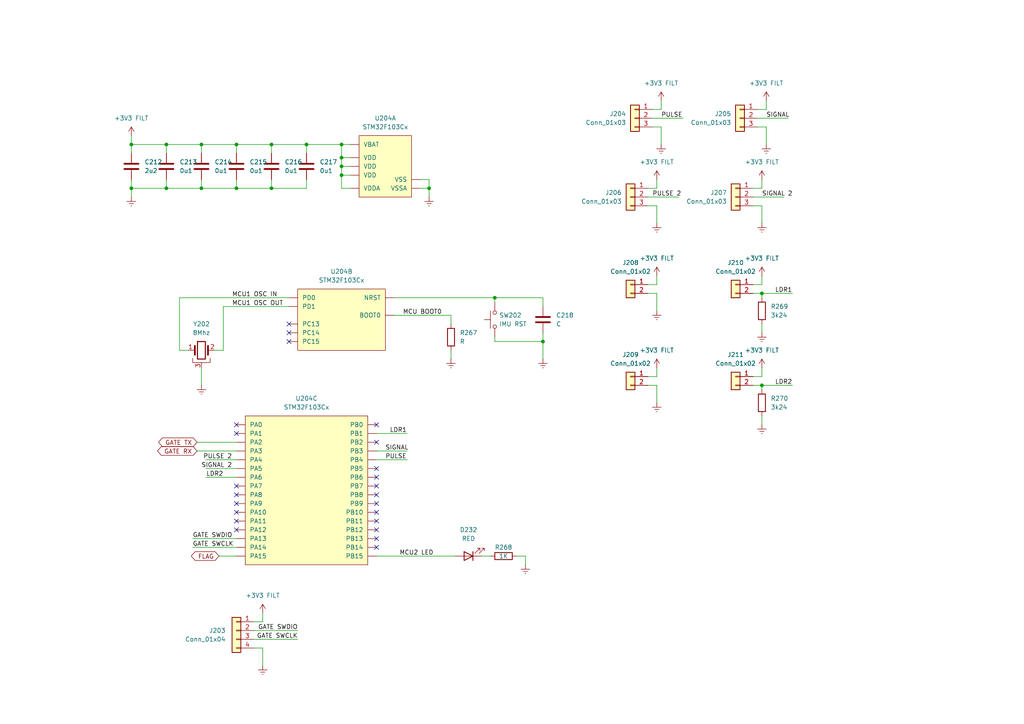
<source format=kicad_sch>
(kicad_sch (version 20231120) (generator "eeschema") (generator_version "8.0")
  (paper "A4")
  (lib_symbols
    (symbol "Connector_Generic:Conn_01x02" (pin_names (offset 1.016) hide)
      (property "Reference" "J" (at 0 2.54 0))
      (property "Value" "Conn_01x02" (at 0 -5.08 0))
      (symbol "Conn_01x02_1_1"
        (rectangle (start -1.27 -2.413) (end 0 -2.667) (stroke (width 0.1524)))
        (rectangle (start -1.27 0.127) (end 0 -0.127) (stroke (width 0.1524)))
        (rectangle (start -1.27 1.27) (end 1.27 -3.81) (stroke (width 0.254)) (fill (type background)))
        (pin passive line (at -5.08 0 0) (length 3.81) (name "Pin_1") (number "1"))
        (pin passive line (at -5.08 -2.54 0) (length 3.81) (name "Pin_2") (number "2"))
      )
    )
    (symbol "Connector_Generic:Conn_01x03" (pin_names (offset 1.016) hide)
      (property "Reference" "J" (at 0 5.08 0))
      (property "Value" "Conn_01x03" (at 0 -5.08 0))
      (symbol "Conn_01x03_1_1"
        (rectangle (start -1.27 -2.413) (end 0 -2.667) (stroke (width 0.1524)))
        (rectangle (start -1.27 0.127) (end 0 -0.127) (stroke (width 0.1524)))
        (rectangle (start -1.27 2.667) (end 0 2.413) (stroke (width 0.1524)))
        (rectangle (start -1.27 3.81) (end 1.27 -3.81) (stroke (width 0.254)) (fill (type background)))
        (pin passive line (at -5.08 2.54 0) (length 3.81) (name "Pin_1") (number "1"))
        (pin passive line (at -5.08 0 0) (length 3.81) (name "Pin_2") (number "2"))
        (pin passive line (at -5.08 -2.54 0) (length 3.81) (name "Pin_3") (number "3"))
      )
    )
    (symbol "Connector_Generic:Conn_01x04" (pin_names (offset 1.016) hide)
      (property "Reference" "J" (at 0 5.08 0))
      (property "Value" "Conn_01x04" (at 0 -7.62 0))
      (symbol "Conn_01x04_1_1"
        (rectangle (start -1.27 -4.953) (end 0 -5.207) (stroke (width 0.1524)))
        (rectangle (start -1.27 -2.413) (end 0 -2.667) (stroke (width 0.1524)))
        (rectangle (start -1.27 0.127) (end 0 -0.127) (stroke (width 0.1524)))
        (rectangle (start -1.27 2.667) (end 0 2.413) (stroke (width 0.1524)))
        (rectangle (start -1.27 3.81) (end 1.27 -6.35) (stroke (width 0.254)) (fill (type background)))
        (pin passive line (at -5.08 2.54 0) (length 3.81) (name "Pin_1") (number "1"))
        (pin passive line (at -5.08 0 0) (length 3.81) (name "Pin_2") (number "2"))
        (pin passive line (at -5.08 -2.54 0) (length 3.81) (name "Pin_3") (number "3"))
        (pin passive line (at -5.08 -5.08 0) (length 3.81) (name "Pin_4") (number "4"))
      )
    )
    (symbol "Device:C" (pin_numbers hide) (pin_names (offset 0.254))
      (property "Reference" "C" (at 0.635 2.54 0))
      (property "Value" "C" (at 0.635 -2.54 0))
      (symbol "C_0_1"
        (polyline (pts (xy -2.032 -0.762) (xy 2.032 -0.762)) (stroke (width 0.508)))
        (polyline (pts (xy -2.032 0.762) (xy 2.032 0.762)) (stroke (width 0.508)))
      )
      (symbol "C_1_1"
        (pin passive line (at 0 3.81 270) (length 2.794) (name "~") (number "1"))
        (pin passive line (at 0 -3.81 90) (length 2.794) (name "~") (number "2"))
      )
    )
    (symbol "Device:Crystal_GND3" (pin_names (offset 1.016) hide)
      (property "Reference" "Y" (at 0 5.715 0))
      (property "Value" "Crystal_GND3" (at 0 3.81 0))
      (symbol "Crystal_GND3_0_1"
        (rectangle (start -1.143 2.54) (end 1.143 -2.54) (stroke (width 0.3048)))
        (polyline (pts (xy -2.54 0) (xy -1.905 0)))
        (polyline (pts (xy -1.905 -1.27) (xy -1.905 1.27)) (stroke (width 0.508)))
        (polyline (pts (xy 0 -3.81) (xy 0 -3.556)))
        (polyline (pts (xy 1.905 0) (xy 2.54 0)))
        (polyline (pts (xy 1.905 1.27) (xy 1.905 -1.27)) (stroke (width 0.508)))
        (polyline (pts (xy -2.54 -2.286) (xy -2.54 -3.556) (xy 2.54 -3.556) (xy 2.54 -2.286)))
      )
      (symbol "Crystal_GND3_1_1"
        (pin passive line (at -3.81 0 0) (length 1.27) (name "1") (number "1"))
        (pin passive line (at 3.81 0 180) (length 1.27) (name "2") (number "2"))
        (pin passive line (at 0 -5.08 90) (length 1.27) (name "3") (number "3"))
      )
    )
    (symbol "Device:LED" (pin_numbers hide) (pin_names (offset 1.016) hide)
      (property "Reference" "D" (at 0 2.54 0))
      (property "Value" "LED" (at 0 -2.54 0))
      (symbol "LED_0_1"
        (polyline (pts (xy -1.27 -1.27) (xy -1.27 1.27)) (stroke (width 0.254)))
        (polyline (pts (xy -1.27 0) (xy 1.27 0)))
        (polyline (pts (xy 1.27 -1.27) (xy 1.27 1.27) (xy -1.27 0) (xy 1.27 -1.27)) (stroke (width 0.254)))
        (polyline (pts (xy -3.048 -0.762) (xy -4.572 -2.286) (xy -3.81 -2.286) (xy -4.572 -2.286) (xy -4.572 -1.524)))
        (polyline (pts (xy -1.778 -0.762) (xy -3.302 -2.286) (xy -2.54 -2.286) (xy -3.302 -2.286) (xy -3.302 -1.524)))
      )
      (symbol "LED_1_1"
        (pin passive line (at -3.81 0 0) (length 2.54) (name "K") (number "1"))
        (pin passive line (at 3.81 0 180) (length 2.54) (name "A") (number "2"))
      )
    )
    (symbol "Device:R" (pin_numbers hide) (pin_names (offset 0))
      (property "Reference" "R" (at 2.032 0 90))
      (property "Value" "R" (at 0 0 90))
      (symbol "R_0_1"
        (rectangle (start -1.016 -2.54) (end 1.016 2.54) (stroke (width 0.254)))
      )
      (symbol "R_1_1"
        (pin passive line (at 0 3.81 270) (length 1.27) (name "~") (number "1"))
        (pin passive line (at 0 -3.81 90) (length 1.27) (name "~") (number "2"))
      )
    )
    (symbol "Switch:SW_Push" (pin_numbers hide) (pin_names (offset 1.016) hide)
      (property "Reference" "SW" (at 1.27 2.54 0))
      (property "Value" "SW_Push" (at 0 -1.524 0))
      (symbol "SW_Push_0_1"
        (circle (center -2.032 0) (radius 0.508))
        (polyline (pts (xy 0 1.27) (xy 0 3.048)))
        (polyline (pts (xy 2.54 1.27) (xy -2.54 1.27)))
        (circle (center 2.032 0) (radius 0.508))
        (pin passive line (at -5.08 0 0) (length 2.54) (name "1") (number "1"))
        (pin passive line (at 5.08 0 180) (length 2.54) (name "2") (number "2"))
      )
    )
    (symbol "power:+3V3" (power) (pin_numbers hide) (pin_names (offset 0) hide)
      (property "Value" "+3V3" (at 0 3.556 0))
      (symbol "+3V3_0_1"
        (polyline (pts (xy -0.762 1.27) (xy 0 2.54)))
        (polyline (pts (xy 0 0) (xy 0 2.54)))
        (polyline (pts (xy 0 2.54) (xy 0.762 1.27)))
      )
      (symbol "+3V3_1_1"
        (pin power_in line (at 0 0 90) (length 0) (name "~") (number "1"))
      )
    )
    (symbol "power:GNDREF" (power) (pin_numbers hide) (pin_names (offset 0) hide)
      (property "Value" "GNDREF" (at 0 -3.81 0))
      (symbol "GNDREF_0_1"
        (polyline (pts (xy -0.635 -1.905) (xy 0.635 -1.905)))
        (polyline (pts (xy -0.127 -2.54) (xy 0.127 -2.54)))
        (polyline (pts (xy 0 -1.27) (xy 0 0)))
        (polyline (pts (xy 1.27 -1.27) (xy -1.27 -1.27)))
      )
      (symbol "GNDREF_1_1"
        (pin power_in line (at 0 0 270) (length 0) (name "~") (number "1"))
      )
    )
    (symbol "vincent:STM32F103Cx" (pin_numbers hide) (pin_names (offset 1.27))
      (property "Reference" "U" (at 0 1.778 0))
      (property "Value" "STM32F103Cx" (at 9.144 1.778 0))
      (symbol "STM32F103Cx_1_1"
        (rectangle (start -7.62 0) (end 7.62 -17.78) (fill (type background)))
        (pin power_in line (at -10.16 -2.54 0) (length 2.54) (name "VBAT") (number "1"))
        (pin power_in line (at 10.16 -12.7 180) (length 2.54) (name "VSS") (number "23"))
        (pin power_in line (at -10.16 -11.43 0) (length 2.54) (name "VDD") (number "24"))
        (pin passive line (at 10.16 -12.7 180) (length 2.54) hide (name "VSS") (number "35"))
        (pin power_in line (at -10.16 -8.89 0) (length 2.54) (name "VDD") (number "36"))
        (pin passive line (at 10.16 -12.7 180) (length 2.54) hide (name "VSS") (number "47"))
        (pin power_in line (at -10.16 -6.35 0) (length 2.54) (name "VDD") (number "48"))
        (pin passive line (at 10.16 -12.7 180) (length 2.54) hide (name "EP") (number "49"))
        (pin power_in line (at 10.16 -15.24 180) (length 2.54) (name "VSSA") (number "8"))
        (pin power_in line (at -10.16 -15.24 0) (length 2.54) (name "VDDA") (number "9"))
      )
      (symbol "STM32F103Cx_2_1"
        (rectangle (start -12.7 0) (end 12.7 -17.78) (fill (type background)))
        (pin bidirectional line (at -15.24 -10.16 0) (length 2.54) (name "PC13") (number "2"))
        (pin bidirectional line (at -15.24 -12.7 0) (length 2.54) (name "PC14") (number "3"))
        (pin bidirectional line (at -15.24 -15.24 0) (length 2.54) (name "PC15") (number "4"))
        (pin input line (at 15.24 -7.62 180) (length 2.54) (name "BOOT0") (number "44"))
        (pin bidirectional line (at -15.24 -2.54 0) (length 2.54) (name "PD0") (number "5"))
        (pin bidirectional line (at -15.24 -5.08 0) (length 2.54) (name "PD1") (number "6"))
        (pin input line (at 15.24 -2.54 180) (length 2.54) (name "NRST") (number "7"))
      )
      (symbol "STM32F103Cx_3_1"
        (rectangle (start -17.78 0) (end 17.78 -43.18) (fill (type background)))
        (pin bidirectional line (at -20.32 -2.54 0) (length 2.54) (name "PA0") (number "10"))
        (pin bidirectional line (at -20.32 -5.08 0) (length 2.54) (name "PA1") (number "11"))
        (pin bidirectional line (at -20.32 -7.62 0) (length 2.54) (name "PA2") (number "12"))
        (pin bidirectional line (at -20.32 -10.16 0) (length 2.54) (name "PA3") (number "13"))
        (pin bidirectional line (at -20.32 -12.7 0) (length 2.54) (name "PA4") (number "14"))
        (pin bidirectional line (at -20.32 -15.24 0) (length 2.54) (name "PA5") (number "15"))
        (pin bidirectional line (at -20.32 -17.78 0) (length 2.54) (name "PA6") (number "16"))
        (pin bidirectional line (at -20.32 -20.32 0) (length 2.54) (name "PA7") (number "17"))
        (pin bidirectional line (at 20.32 -2.54 180) (length 2.54) (name "PB0") (number "18"))
        (pin bidirectional line (at 20.32 -5.08 180) (length 2.54) (name "PB1") (number "19"))
        (pin bidirectional line (at 20.32 -7.62 180) (length 2.54) (name "PB2") (number "20"))
        (pin bidirectional line (at 20.32 -27.94 180) (length 2.54) (name "PB10") (number "21"))
        (pin bidirectional line (at 20.32 -30.48 180) (length 2.54) (name "PB11") (number "22"))
        (pin bidirectional line (at 20.32 -33.02 180) (length 2.54) (name "PB12") (number "25"))
        (pin bidirectional line (at 20.32 -35.56 180) (length 2.54) (name "PB13") (number "26"))
        (pin bidirectional line (at 20.32 -38.1 180) (length 2.54) (name "PB14") (number "27"))
        (pin bidirectional line (at 20.32 -40.64 180) (length 2.54) (name "PB15") (number "28"))
        (pin bidirectional line (at -20.32 -22.86 0) (length 2.54) (name "PA8") (number "29"))
        (pin bidirectional line (at -20.32 -25.4 0) (length 2.54) (name "PA9") (number "30"))
        (pin bidirectional line (at -20.32 -27.94 0) (length 2.54) (name "PA10") (number "31"))
        (pin bidirectional line (at -20.32 -30.48 0) (length 2.54) (name "PA11") (number "32"))
        (pin bidirectional line (at -20.32 -33.02 0) (length 2.54) (name "PA12") (number "33"))
        (pin bidirectional line (at -20.32 -35.56 0) (length 2.54) (name "PA13") (number "34"))
        (pin bidirectional line (at -20.32 -38.1 0) (length 2.54) (name "PA14") (number "37"))
        (pin bidirectional line (at -20.32 -40.64 0) (length 2.54) (name "PA15") (number "38"))
        (pin bidirectional line (at 20.32 -10.16 180) (length 2.54) (name "PB3") (number "39"))
        (pin bidirectional line (at 20.32 -12.7 180) (length 2.54) (name "PB4") (number "40"))
        (pin bidirectional line (at 20.32 -15.24 180) (length 2.54) (name "PB5") (number "41"))
        (pin bidirectional line (at 20.32 -17.78 180) (length 2.54) (name "PB6") (number "42"))
        (pin bidirectional line (at 20.32 -20.32 180) (length 2.54) (name "PB7") (number "43"))
        (pin bidirectional line (at 20.32 -22.86 180) (length 2.54) (name "PB8") (number "45"))
        (pin bidirectional line (at 20.32 -25.4 180) (length 2.54) (name "PB9") (number "46"))
      )
    )
  )
  (junction (at 220.98 111.76))
  (junction (at 58.42 54.61))
  (junction (at 68.58 54.61))
  (junction (at 58.42 41.91))
  (junction (at 220.98 85.09))
  (junction (at 68.58 41.91))
  (junction (at 143.51 86.36))
  (junction (at 99.06 41.91))
  (junction (at 99.06 50.8))
  (junction (at 38.1 41.91))
  (junction (at 48.26 41.91))
  (junction (at 88.9 41.91))
  (junction (at 48.26 54.61))
  (junction (at 99.06 45.72))
  (junction (at 99.06 48.26))
  (junction (at 38.1 54.61))
  (junction (at 157.48 99.06))
  (junction (at 78.74 54.61))
  (junction (at 124.46 54.61))
  (junction (at 78.74 41.91))
  (no_connect (at 68.58 143.51))
  (no_connect (at 68.58 148.59))
  (no_connect (at 68.58 140.97))
  (no_connect (at 109.22 138.43))
  (no_connect (at 109.22 148.59))
  (no_connect (at 109.22 153.67))
  (no_connect (at 109.22 156.21))
  (no_connect (at 109.22 135.89))
  (no_connect (at 68.58 123.19))
  (no_connect (at 68.58 151.13))
  (no_connect (at 109.22 146.05))
  (no_connect (at 68.58 125.73))
  (no_connect (at 109.22 158.75))
  (no_connect (at 109.22 128.27))
  (no_connect (at 109.22 151.13))
  (no_connect (at 109.22 143.51))
  (no_connect (at 83.82 93.98))
  (no_connect (at 68.58 153.67))
  (no_connect (at 83.82 96.52))
  (no_connect (at 109.22 140.97))
  (no_connect (at 109.22 123.19))
  (no_connect (at 83.82 99.06))
  (no_connect (at 68.58 146.05))
  (wire (pts (xy 157.48 86.36) (xy 157.48 88.9)))
  (wire (pts (xy 73.66 180.34) (xy 76.2 180.34)))
  (wire (pts (xy 57.15 130.81) (xy 68.58 130.81)))
  (wire (pts (xy 218.44 54.61) (xy 220.98 54.61)))
  (wire (pts (xy 86.36 182.88) (xy 73.66 182.88)))
  (wire (pts (xy 99.06 45.72) (xy 101.6 45.72)))
  (wire (pts (xy 189.23 36.83) (xy 191.77 36.83)))
  (wire (pts (xy 219.71 36.83) (xy 222.25 36.83)))
  (wire (pts (xy 121.92 54.61) (xy 124.46 54.61)))
  (wire (pts (xy 38.1 41.91) (xy 48.26 41.91)))
  (wire (pts (xy 222.25 36.83) (xy 222.25 41.91)))
  (wire (pts (xy 58.42 41.91) (xy 68.58 41.91)))
  (wire (pts (xy 58.42 106.68) (xy 58.42 111.76)))
  (wire (pts (xy 88.9 41.91) (xy 99.06 41.91)))
  (wire (pts (xy 143.51 86.36) (xy 143.51 87.63)))
  (wire (pts (xy 218.44 57.15) (xy 227.33 57.15)))
  (wire (pts (xy 190.5 80.01) (xy 190.5 82.55)))
  (wire (pts (xy 220.98 85.09) (xy 220.98 86.36)))
  (wire (pts (xy 187.96 54.61) (xy 190.5 54.61)))
  (wire (pts (xy 58.42 41.91) (xy 58.42 44.45)))
  (wire (pts (xy 187.96 111.76) (xy 190.5 111.76)))
  (wire (pts (xy 109.22 161.29) (xy 132.08 161.29)))
  (wire (pts (xy 191.77 36.83) (xy 191.77 41.91)))
  (wire (pts (xy 54.61 101.6) (xy 52.07 101.6)))
  (wire (pts (xy 63.5 161.29) (xy 68.58 161.29)))
  (wire (pts (xy 68.58 138.43) (xy 59.69 138.43)))
  (wire (pts (xy 124.46 52.07) (xy 124.46 54.61)))
  (wire (pts (xy 187.96 82.55) (xy 190.5 82.55)))
  (wire (pts (xy 220.98 80.01) (xy 220.98 82.55)))
  (wire (pts (xy 68.58 41.91) (xy 78.74 41.91)))
  (wire (pts (xy 99.06 48.26) (xy 99.06 50.8)))
  (wire (pts (xy 48.26 54.61) (xy 58.42 54.61)))
  (wire (pts (xy 121.92 52.07) (xy 124.46 52.07)))
  (wire (pts (xy 218.44 109.22) (xy 220.98 109.22)))
  (wire (pts (xy 191.77 29.21) (xy 191.77 31.75)))
  (wire (pts (xy 157.48 99.06) (xy 157.48 104.14)))
  (wire (pts (xy 52.07 86.36) (xy 83.82 86.36)))
  (wire (pts (xy 38.1 41.91) (xy 38.1 44.45)))
  (wire (pts (xy 222.25 29.21) (xy 222.25 31.75)))
  (wire (pts (xy 38.1 52.07) (xy 38.1 54.61)))
  (wire (pts (xy 55.88 156.21) (xy 68.58 156.21)))
  (wire (pts (xy 220.98 106.68) (xy 220.98 109.22)))
  (wire (pts (xy 220.98 96.52) (xy 220.98 93.98)))
  (wire (pts (xy 187.96 85.09) (xy 190.5 85.09)))
  (wire (pts (xy 218.44 111.76) (xy 220.98 111.76)))
  (wire (pts (xy 58.42 52.07) (xy 58.42 54.61)))
  (wire (pts (xy 101.6 41.91) (xy 99.06 41.91)))
  (wire (pts (xy 219.71 31.75) (xy 222.25 31.75)))
  (wire (pts (xy 220.98 123.19) (xy 220.98 120.65)))
  (wire (pts (xy 114.3 91.44) (xy 130.81 91.44)))
  (wire (pts (xy 99.06 54.61) (xy 101.6 54.61)))
  (wire (pts (xy 38.1 39.37) (xy 38.1 41.91)))
  (wire (pts (xy 218.44 59.69) (xy 220.98 59.69)))
  (wire (pts (xy 99.06 41.91) (xy 99.06 45.72)))
  (wire (pts (xy 157.48 96.52) (xy 157.48 99.06)))
  (wire (pts (xy 78.74 54.61) (xy 88.9 54.61)))
  (wire (pts (xy 189.23 31.75) (xy 191.77 31.75)))
  (wire (pts (xy 99.06 45.72) (xy 99.06 48.26)))
  (wire (pts (xy 219.71 34.29) (xy 228.6 34.29)))
  (wire (pts (xy 143.51 99.06) (xy 157.48 99.06)))
  (wire (pts (xy 64.77 88.9) (xy 64.77 101.6)))
  (wire (pts (xy 99.06 50.8) (xy 101.6 50.8)))
  (wire (pts (xy 109.22 130.81) (xy 118.11 130.81)))
  (wire (pts (xy 78.74 41.91) (xy 88.9 41.91)))
  (wire (pts (xy 139.7 161.29) (xy 142.24 161.29)))
  (wire (pts (xy 48.26 41.91) (xy 48.26 44.45)))
  (wire (pts (xy 38.1 54.61) (xy 48.26 54.61)))
  (wire (pts (xy 152.4 161.29) (xy 152.4 163.83)))
  (wire (pts (xy 143.51 86.36) (xy 157.48 86.36)))
  (wire (pts (xy 218.44 85.09) (xy 220.98 85.09)))
  (wire (pts (xy 68.58 52.07) (xy 68.58 54.61)))
  (wire (pts (xy 190.5 59.69) (xy 190.5 64.77)))
  (wire (pts (xy 52.07 86.36) (xy 52.07 101.6)))
  (wire (pts (xy 130.81 101.6) (xy 130.81 104.14)))
  (wire (pts (xy 187.96 109.22) (xy 190.5 109.22)))
  (wire (pts (xy 78.74 52.07) (xy 78.74 54.61)))
  (wire (pts (xy 48.26 41.91) (xy 58.42 41.91)))
  (wire (pts (xy 78.74 41.91) (xy 78.74 44.45)))
  (wire (pts (xy 68.58 135.89) (xy 59.69 135.89)))
  (wire (pts (xy 109.22 133.35) (xy 118.11 133.35)))
  (wire (pts (xy 73.66 187.96) (xy 76.2 187.96)))
  (wire (pts (xy 62.23 101.6) (xy 64.77 101.6)))
  (wire (pts (xy 190.5 106.68) (xy 190.5 109.22)))
  (wire (pts (xy 68.58 41.91) (xy 68.58 44.45)))
  (wire (pts (xy 189.23 34.29) (xy 198.12 34.29)))
  (wire (pts (xy 220.98 111.76) (xy 220.98 113.03)))
  (wire (pts (xy 109.22 125.73) (xy 118.11 125.73)))
  (wire (pts (xy 124.46 54.61) (xy 124.46 57.15)))
  (wire (pts (xy 220.98 52.07) (xy 220.98 54.61)))
  (wire (pts (xy 220.98 85.09) (xy 229.87 85.09)))
  (wire (pts (xy 190.5 52.07) (xy 190.5 54.61)))
  (wire (pts (xy 220.98 59.69) (xy 220.98 64.77)))
  (wire (pts (xy 190.5 111.76) (xy 190.5 116.84)))
  (wire (pts (xy 187.96 59.69) (xy 190.5 59.69)))
  (wire (pts (xy 38.1 54.61) (xy 38.1 57.15)))
  (wire (pts (xy 99.06 50.8) (xy 99.06 54.61)))
  (wire (pts (xy 143.51 97.79) (xy 143.51 99.06)))
  (wire (pts (xy 220.98 111.76) (xy 229.87 111.76)))
  (wire (pts (xy 190.5 85.09) (xy 190.5 90.17)))
  (wire (pts (xy 68.58 133.35) (xy 59.69 133.35)))
  (wire (pts (xy 99.06 48.26) (xy 101.6 48.26)))
  (wire (pts (xy 218.44 82.55) (xy 220.98 82.55)))
  (wire (pts (xy 130.81 91.44) (xy 130.81 93.98)))
  (wire (pts (xy 88.9 41.91) (xy 88.9 44.45)))
  (wire (pts (xy 55.88 158.75) (xy 68.58 158.75)))
  (wire (pts (xy 83.82 88.9) (xy 64.77 88.9)))
  (wire (pts (xy 57.15 128.27) (xy 68.58 128.27)))
  (wire (pts (xy 114.3 86.36) (xy 143.51 86.36)))
  (wire (pts (xy 187.96 57.15) (xy 196.85 57.15)))
  (wire (pts (xy 76.2 177.8) (xy 76.2 180.34)))
  (wire (pts (xy 88.9 52.07) (xy 88.9 54.61)))
  (wire (pts (xy 68.58 54.61) (xy 78.74 54.61)))
  (wire (pts (xy 149.86 161.29) (xy 152.4 161.29)))
  (wire (pts (xy 48.26 52.07) (xy 48.26 54.61)))
  (wire (pts (xy 86.36 185.42) (xy 73.66 185.42)))
  (wire (pts (xy 58.42 54.61) (xy 68.58 54.61)))
  (wire (pts (xy 76.2 187.96) (xy 76.2 193.04)))
  (label "GATE SWDIO" (at 55.88 156.21 0))
  (label "GATE SWCLK" (at 86.36 185.42 180))
  (label "SIGNAL 2" (at 67.31 135.89 180))
  (label "LDR2" (at 224.79 111.76 0))
  (label "GATE SWCLK" (at 55.88 158.75 0))
  (label "MCU2 LED" (at 125.73 161.29 180))
  (label "MCU BOOT0" (at 116.84 91.44 0))
  (label "SIGNAL" (at 111.76 130.81 0))
  (label "LDR1" (at 113.03 125.73 0))
  (label "PULSE 2" (at 189.23 57.15 0))
  (label "MCU1 OSC IN" (at 67.31 86.36 0))
  (label "PULSE" (at 111.76 133.35 0))
  (label "PULSE 2" (at 67.31 133.35 180))
  (label "SIGNAL 2" (at 220.98 57.15 0))
  (label "SIGNAL" (at 222.25 34.29 0))
  (label "PULSE" (at 191.77 34.29 0))
  (label "GATE SWDIO" (at 86.36 182.88 180))
  (label "LDR1" (at 224.79 85.09 0))
  (label "MCU1 OSC OUT" (at 67.31 88.9 0))
  (label "LDR2" (at 64.77 138.43 180))
  (global_label "FLAG" (shape bidirectional) (at 63.5 161.29 180) (property "Intersheetrefs" "${INTERSHEET_REFS}" (effects (hide yes))))
  (global_label "GATE TX" (shape bidirectional) (at 57.15 128.27 180) (property "Intersheetrefs" "${INTERSHEET_REFS}" (effects (hide yes))))
  (global_label "GATE RX" (shape bidirectional) (at 57.15 130.81 180) (property "Intersheetrefs" "${INTERSHEET_REFS}" (effects (hide yes))))
  (symbol (lib_id "Device:R") (at 220.98 90.17 0) (unit 1)
    (property "Reference" "R269" (at 223.52 88.8999 0) (effects (justify left)))
    (property "Value" "3k24" (at 223.52 91.4399 0) (effects (justify left)))
    (property "Footprint" "Library:res0603" (effects (hide yes)))
    (property "Description" "Resistor" (effects (hide yes)))
  )
  (symbol (lib_id "power:+3V3") (at 220.98 106.68 0) (unit 1)
    (property "Reference" "#PWR0253" (effects (hide yes)))
    (property "Value" "+3V3 FILT" (at 220.98 101.6 0))
    (property "Description" "Power symbol creates a global label with name \"+3V3\"" (effects (hide yes)))
  )
  (symbol (lib_id "Device:LED") (at 135.89 161.29 180) (unit 1)
    (property "Reference" "D232" (at 135.89 153.67 0))
    (property "Value" "RED" (at 135.89 156.21 0))
    (property "Footprint" "Library:led0603" (effects (hide yes)))
    (property "Description" "Light emitting diode" (effects (hide yes)))
  )
  (symbol (lib_id "power:GNDREF") (at 222.25 41.91 0) (unit 1)
    (property "Reference" "#PWR0242" (effects (hide yes)))
    (property "Value" "GNDREF" (effects (hide yes)))
    (property "Description" "Power symbol creates a global label with name \"GNDREF\" , reference supply ground" (effects (hide yes)))
  )
  (symbol (lib_id "vincent:STM32F103Cx") (at 111.76 39.37 0) (unit 1)
    (property "Reference" "U204" (at 111.76 34.29 0))
    (property "Value" "STM32F103Cx" (at 111.76 36.83 0))
    (property "Footprint" "Package_DFN_QFN:QFN-48-1EP_7x7mm_P0.5mm_EP5.6x5.6mm" (effects (hide yes)))
  )
  (symbol (lib_id "power:+3V3") (at 191.77 29.21 0) (unit 1)
    (property "Reference" "#PWR0239" (effects (hide yes)))
    (property "Value" "+3V3 FILT" (at 191.77 24.13 0))
    (property "Description" "Power symbol creates a global label with name \"+3V3\"" (effects (hide yes)))
  )
  (symbol (lib_id "power:+3V3") (at 222.25 29.21 0) (unit 1)
    (property "Reference" "#PWR0241" (effects (hide yes)))
    (property "Value" "+3V3 FILT" (at 222.25 24.13 0))
    (property "Description" "Power symbol creates a global label with name \"+3V3\"" (effects (hide yes)))
  )
  (symbol (lib_id "vincent:STM32F103Cx") (at 88.9 120.65 0) (unit 3)
    (property "Reference" "U204" (at 88.9 115.57 0))
    (property "Value" "STM32F103Cx" (at 88.9 118.11 0))
    (property "Footprint" "Package_DFN_QFN:QFN-48-1EP_7x7mm_P0.5mm_EP5.6x5.6mm" (effects (hide yes)))
  )
  (symbol (lib_id "Connector_Generic:Conn_01x03") (at 184.15 34.29 0) (mirror y) (unit 1)
    (property "Reference" "J204" (at 181.61 33.0199 0) (effects (justify left)))
    (property "Value" "Conn_01x03" (at 181.61 35.5599 0) (effects (justify left)))
    (property "Footprint" "Connector_PinHeader_2.54mm:PinHeader_1x03_P2.54mm_Vertical" (effects (hide yes)))
    (property "Description" "Generic connector, single row, 01x03, script generated (kicad-library-utils/schlib/autogen/connector/)" (effects (hide yes)))
  )
  (symbol (lib_id "Connector_Generic:Conn_01x02") (at 182.88 109.22 0) (mirror y) (unit 1)
    (property "Reference" "J209" (at 182.88 102.87 0))
    (property "Value" "Conn_01x02" (at 182.88 105.41 0))
    (property "Footprint" "Connector_PinHeader_2.54mm:PinHeader_1x02_P2.54mm_Vertical" (effects (hide yes)))
    (property "Description" "Generic connector, single row, 01x02, script generated (kicad-library-utils/schlib/autogen/connector/)" (effects (hide yes)))
  )
  (symbol (lib_id "power:+3V3") (at 190.5 80.01 0) (unit 1)
    (property "Reference" "#PWR0247" (effects (hide yes)))
    (property "Value" "+3V3 FILT" (at 190.5 74.93 0))
    (property "Description" "Power symbol creates a global label with name \"+3V3\"" (effects (hide yes)))
  )
  (symbol (lib_id "power:+3V3") (at 220.98 52.07 0) (unit 1)
    (property "Reference" "#PWR0244" (effects (hide yes)))
    (property "Value" "+3V3 FILT" (at 220.98 46.99 0))
    (property "Description" "Power symbol creates a global label with name \"+3V3\"" (effects (hide yes)))
  )
  (symbol (lib_id "power:GNDREF") (at 157.48 104.14 0) (unit 1)
    (property "Reference" "#PWR0234" (effects (hide yes)))
    (property "Value" "GNDREF" (effects (hide yes)))
    (property "Description" "Power symbol creates a global label with name \"GNDREF\" , reference supply ground" (effects (hide yes)))
  )
  (symbol (lib_id "Device:C") (at 78.74 48.26 0) (unit 1)
    (property "Reference" "C216" (at 82.55 46.9899 0) (effects (justify left)))
    (property "Value" "0u1" (at 82.55 49.5299 0) (effects (justify left)))
    (property "Footprint" "Library:cap0603" (effects (hide yes)))
    (property "Description" "Unpolarized capacitor" (effects (hide yes)))
  )
  (symbol (lib_id "Connector_Generic:Conn_01x03") (at 213.36 57.15 0) (mirror y) (unit 1)
    (property "Reference" "J207" (at 210.82 55.8799 0) (effects (justify left)))
    (property "Value" "Conn_01x03" (at 210.82 58.4199 0) (effects (justify left)))
    (property "Footprint" "Connector_PinHeader_2.54mm:PinHeader_1x03_P2.54mm_Vertical" (effects (hide yes)))
    (property "Description" "Generic connector, single row, 01x03, script generated (kicad-library-utils/schlib/autogen/connector/)" (effects (hide yes)))
  )
  (symbol (lib_id "Device:R") (at 146.05 161.29 90) (unit 1)
    (property "Reference" "R268" (at 146.05 158.75 90))
    (property "Value" "1K" (at 146.05 161.29 90))
    (property "Footprint" "Library:res0603" (effects (hide yes)))
    (property "Description" "Resistor" (effects (hide yes)))
  )
  (symbol (lib_id "Device:Crystal_GND3") (at 58.42 101.6 0) (unit 1)
    (property "Reference" "Y202" (at 58.42 93.98 0))
    (property "Value" "8Mhz" (at 58.42 96.52 0))
    (property "Footprint" "Crystal:Resonator_SMD_Murata_CSTxExxV-3Pin_3.0x1.1mm" (effects (hide yes)))
    (property "Description" "Three pin crystal, GND on pin 3" (effects (hide yes)))
  )
  (symbol (lib_id "power:GNDREF") (at 190.5 90.17 0) (unit 1)
    (property "Reference" "#PWR0248" (effects (hide yes)))
    (property "Value" "GNDREF" (effects (hide yes)))
    (property "Description" "Power symbol creates a global label with name \"GNDREF\" , reference supply ground" (effects (hide yes)))
  )
  (symbol (lib_id "Device:C") (at 88.9 48.26 0) (unit 1)
    (property "Reference" "C217" (at 92.71 46.9899 0) (effects (justify left)))
    (property "Value" "0u1" (at 92.71 49.5299 0) (effects (justify left)))
    (property "Footprint" "Library:cap0603" (effects (hide yes)))
    (property "Description" "Unpolarized capacitor" (effects (hide yes)))
  )
  (symbol (lib_id "Connector_Generic:Conn_01x02") (at 182.88 82.55 0) (mirror y) (unit 1)
    (property "Reference" "J208" (at 182.88 76.2 0))
    (property "Value" "Conn_01x02" (at 182.88 78.74 0))
    (property "Footprint" "Connector_PinHeader_2.54mm:PinHeader_1x02_P2.54mm_Vertical" (effects (hide yes)))
    (property "Description" "Generic connector, single row, 01x02, script generated (kicad-library-utils/schlib/autogen/connector/)" (effects (hide yes)))
  )
  (symbol (lib_id "power:GNDREF") (at 152.4 163.83 0) (unit 1)
    (property "Reference" "#PWR0238" (effects (hide yes)))
    (property "Value" "GNDREF" (effects (hide yes)))
    (property "Description" "Power symbol creates a global label with name \"GNDREF\" , reference supply ground" (effects (hide yes)))
  )
  (symbol (lib_id "power:GNDREF") (at 76.2 193.04 0) (unit 1)
    (property "Reference" "#PWR0237" (effects (hide yes)))
    (property "Value" "GNDREF" (effects (hide yes)))
    (property "Description" "Power symbol creates a global label with name \"GNDREF\" , reference supply ground" (effects (hide yes)))
  )
  (symbol (lib_id "power:GNDREF") (at 191.77 41.91 0) (unit 1)
    (property "Reference" "#PWR0240" (effects (hide yes)))
    (property "Value" "GNDREF" (effects (hide yes)))
    (property "Description" "Power symbol creates a global label with name \"GNDREF\" , reference supply ground" (effects (hide yes)))
  )
  (symbol (lib_id "power:GNDREF") (at 130.81 104.14 0) (unit 1)
    (property "Reference" "#PWR0233" (effects (hide yes)))
    (property "Value" "GNDREF" (effects (hide yes)))
    (property "Description" "Power symbol creates a global label with name \"GNDREF\" , reference supply ground" (effects (hide yes)))
  )
  (symbol (lib_id "vincent:STM32F103Cx") (at 99.06 83.82 0) (unit 2)
    (property "Reference" "U204" (at 99.06 78.74 0))
    (property "Value" "STM32F103Cx" (at 99.06 81.28 0))
    (property "Footprint" "Package_DFN_QFN:QFN-48-1EP_7x7mm_P0.5mm_EP5.6x5.6mm" (effects (hide yes)))
  )
  (symbol (lib_id "power:GNDREF") (at 190.5 116.84 0) (unit 1)
    (property "Reference" "#PWR0250" (effects (hide yes)))
    (property "Value" "GNDREF" (effects (hide yes)))
    (property "Description" "Power symbol creates a global label with name \"GNDREF\" , reference supply ground" (effects (hide yes)))
  )
  (symbol (lib_id "Device:C") (at 38.1 48.26 0) (unit 1)
    (property "Reference" "C212" (at 41.91 46.9899 0) (effects (justify left)))
    (property "Value" "2u2" (at 41.91 49.5299 0) (effects (justify left)))
    (property "Footprint" "Library:cap0603" (effects (hide yes)))
    (property "Description" "Unpolarized capacitor" (effects (hide yes)))
  )
  (symbol (lib_id "power:GNDREF") (at 220.98 96.52 0) (unit 1)
    (property "Reference" "#PWR0252" (effects (hide yes)))
    (property "Value" "GNDREF" (effects (hide yes)))
    (property "Description" "Power symbol creates a global label with name \"GNDREF\" , reference supply ground" (effects (hide yes)))
  )
  (symbol (lib_id "power:+3V3") (at 76.2 177.8 0) (unit 1)
    (property "Reference" "#PWR0236" (effects (hide yes)))
    (property "Value" "+3V3 FILT" (at 76.2 172.72 0))
    (property "Description" "Power symbol creates a global label with name \"+3V3\"" (effects (hide yes)))
  )
  (symbol (lib_id "power:GNDREF") (at 58.42 111.76 0) (unit 1)
    (property "Reference" "#PWR0235" (effects (hide yes)))
    (property "Value" "GNDREF" (effects (hide yes)))
    (property "Description" "Power symbol creates a global label with name \"GNDREF\" , reference supply ground" (effects (hide yes)))
  )
  (symbol (lib_id "power:GNDREF") (at 220.98 64.77 0) (unit 1)
    (property "Reference" "#PWR0246" (effects (hide yes)))
    (property "Value" "GNDREF" (effects (hide yes)))
    (property "Description" "Power symbol creates a global label with name \"GNDREF\" , reference supply ground" (effects (hide yes)))
  )
  (symbol (lib_id "Device:C") (at 68.58 48.26 0) (unit 1)
    (property "Reference" "C215" (at 72.39 46.9899 0) (effects (justify left)))
    (property "Value" "0u1" (at 72.39 49.5299 0) (effects (justify left)))
    (property "Footprint" "Library:cap0603" (effects (hide yes)))
    (property "Description" "Unpolarized capacitor" (effects (hide yes)))
  )
  (symbol (lib_id "Device:C") (at 58.42 48.26 0) (unit 1)
    (property "Reference" "C214" (at 62.23 46.9899 0) (effects (justify left)))
    (property "Value" "0u1" (at 62.23 49.5299 0) (effects (justify left)))
    (property "Footprint" "Library:cap0603" (effects (hide yes)))
    (property "Description" "Unpolarized capacitor" (effects (hide yes)))
  )
  (symbol (lib_id "Switch:SW_Push") (at 143.51 92.71 90) (unit 1)
    (property "Reference" "SW202" (at 144.78 91.4399 90) (effects (justify right)))
    (property "Value" "IMU RST" (at 144.78 93.9799 90) (effects (justify right)))
    (property "Footprint" "Library:fb0805" (effects (hide yes)))
    (property "Description" "Push button switch, generic, two pins" (effects (hide yes)))
  )
  (symbol (lib_id "power:GNDREF") (at 190.5 64.77 0) (unit 1)
    (property "Reference" "#PWR0245" (effects (hide yes)))
    (property "Value" "GNDREF" (effects (hide yes)))
    (property "Description" "Power symbol creates a global label with name \"GNDREF\" , reference supply ground" (effects (hide yes)))
  )
  (symbol (lib_id "Device:C") (at 48.26 48.26 0) (unit 1)
    (property "Reference" "C213" (at 52.07 46.9899 0) (effects (justify left)))
    (property "Value" "0u1" (at 52.07 49.5299 0) (effects (justify left)))
    (property "Footprint" "Library:cap0603" (effects (hide yes)))
    (property "Description" "Unpolarized capacitor" (effects (hide yes)))
  )
  (symbol (lib_id "power:GNDREF") (at 124.46 57.15 0) (unit 1)
    (property "Reference" "#PWR0232" (effects (hide yes)))
    (property "Value" "GNDREF" (effects (hide yes)))
    (property "Description" "Power symbol creates a global label with name \"GNDREF\" , reference supply ground" (effects (hide yes)))
  )
  (symbol (lib_id "power:GNDREF") (at 220.98 123.19 0) (unit 1)
    (property "Reference" "#PWR0254" (effects (hide yes)))
    (property "Value" "GNDREF" (effects (hide yes)))
    (property "Description" "Power symbol creates a global label with name \"GNDREF\" , reference supply ground" (effects (hide yes)))
  )
  (symbol (lib_id "Device:R") (at 130.81 97.79 180) (unit 1)
    (property "Reference" "R267" (at 133.35 96.5199 0) (effects (justify right)))
    (property "Value" "R" (at 133.35 99.0599 0) (effects (justify right)))
    (property "Footprint" "Library:res0603" (effects (hide yes)))
    (property "Description" "Resistor" (effects (hide yes)))
  )
  (symbol (lib_id "Connector_Generic:Conn_01x03") (at 214.63 34.29 0) (mirror y) (unit 1)
    (property "Reference" "J205" (at 212.09 33.0199 0) (effects (justify left)))
    (property "Value" "Conn_01x03" (at 212.09 35.5599 0) (effects (justify left)))
    (property "Footprint" "Connector_PinHeader_2.54mm:PinHeader_1x03_P2.54mm_Vertical" (effects (hide yes)))
    (property "Description" "Generic connector, single row, 01x03, script generated (kicad-library-utils/schlib/autogen/connector/)" (effects (hide yes)))
  )
  (symbol (lib_id "Connector_Generic:Conn_01x02") (at 213.36 109.22 0) (mirror y) (unit 1)
    (property "Reference" "J211" (at 213.36 102.87 0))
    (property "Value" "Conn_01x02" (at 213.36 105.41 0))
    (property "Footprint" "Connector_PinHeader_2.54mm:PinHeader_1x02_P2.54mm_Vertical" (effects (hide yes)))
    (property "Description" "Generic connector, single row, 01x02, script generated (kicad-library-utils/schlib/autogen/connector/)" (effects (hide yes)))
  )
  (symbol (lib_id "power:+3V3") (at 190.5 52.07 0) (unit 1)
    (property "Reference" "#PWR0243" (effects (hide yes)))
    (property "Value" "+3V3 FILT" (at 190.5 46.99 0))
    (property "Description" "Power symbol creates a global label with name \"+3V3\"" (effects (hide yes)))
  )
  (symbol (lib_id "power:+3V3") (at 38.1 39.37 0) (unit 1)
    (property "Reference" "#PWR0230" (effects (hide yes)))
    (property "Value" "+3V3 FILT" (at 38.1 34.29 0))
    (property "Description" "Power symbol creates a global label with name \"+3V3\"" (effects (hide yes)))
  )
  (symbol (lib_id "Connector_Generic:Conn_01x02") (at 213.36 82.55 0) (mirror y) (unit 1)
    (property "Reference" "J210" (at 213.36 76.2 0))
    (property "Value" "Conn_01x02" (at 213.36 78.74 0))
    (property "Footprint" "Connector_PinHeader_2.54mm:PinHeader_1x02_P2.54mm_Vertical" (effects (hide yes)))
    (property "Description" "Generic connector, single row, 01x02, script generated (kicad-library-utils/schlib/autogen/connector/)" (effects (hide yes)))
  )
  (symbol (lib_id "power:+3V3") (at 190.5 106.68 0) (unit 1)
    (property "Reference" "#PWR0249" (effects (hide yes)))
    (property "Value" "+3V3 FILT" (at 190.5 101.6 0))
    (property "Description" "Power symbol creates a global label with name \"+3V3\"" (effects (hide yes)))
  )
  (symbol (lib_id "power:GNDREF") (at 38.1 57.15 0) (unit 1)
    (property "Reference" "#PWR0231" (effects (hide yes)))
    (property "Value" "GNDREF" (effects (hide yes)))
    (property "Description" "Power symbol creates a global label with name \"GNDREF\" , reference supply ground" (effects (hide yes)))
  )
  (symbol (lib_id "power:+3V3") (at 220.98 80.01 0) (unit 1)
    (property "Reference" "#PWR0251" (effects (hide yes)))
    (property "Value" "+3V3 FILT" (at 220.98 74.93 0))
    (property "Description" "Power symbol creates a global label with name \"+3V3\"" (effects (hide yes)))
  )
  (symbol (lib_id "Device:C") (at 157.48 92.71 0) (unit 1)
    (property "Reference" "C218" (at 161.29 91.4399 0) (effects (justify left)))
    (property "Value" "C" (at 161.29 93.9799 0) (effects (justify left)))
    (property "Footprint" "Library:cap0603" (effects (hide yes)))
    (property "Description" "Unpolarized capacitor" (effects (hide yes)))
  )
  (symbol (lib_id "Connector_Generic:Conn_01x04") (at 68.58 182.88 0) (mirror y) (unit 1)
    (property "Reference" "J203" (at 65.4598 182.8799 0) (effects (justify left)))
    (property "Value" "Conn_01x04" (at 65.4598 185.4199 0) (effects (justify left)))
    (property "Footprint" "Connector_PinHeader_2.54mm:PinHeader_1x04_P2.54mm_Vertical" (effects (hide yes)))
    (property "Description" "Generic connector, single row, 01x04, script generated (kicad-library-utils/schlib/autogen/connector/)" (effects (hide yes)))
  )
  (symbol (lib_id "Connector_Generic:Conn_01x03") (at 182.88 57.15 0) (mirror y) (unit 1)
    (property "Reference" "J206" (at 180.34 55.8799 0) (effects (justify left)))
    (property "Value" "Conn_01x03" (at 180.34 58.4199 0) (effects (justify left)))
    (property "Footprint" "Connector_PinHeader_2.54mm:PinHeader_1x03_P2.54mm_Vertical" (effects (hide yes)))
    (property "Description" "Generic connector, single row, 01x03, script generated (kicad-library-utils/schlib/autogen/connector/)" (effects (hide yes)))
  )
  (symbol (lib_id "Device:R") (at 220.98 116.84 0) (unit 1)
    (property "Reference" "R270" (at 223.52 115.5699 0) (effects (justify left)))
    (property "Value" "3k24" (at 223.52 118.1099 0) (effects (justify left)))
    (property "Footprint" "Library:res0603" (effects (hide yes)))
    (property "Description" "Resistor" (effects (hide yes)))
  )
)
</source>
